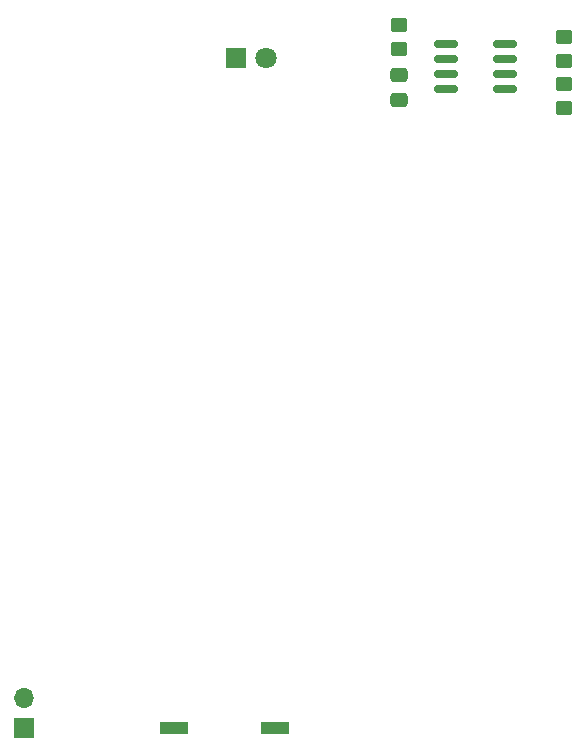
<source format=gbr>
%TF.GenerationSoftware,KiCad,Pcbnew,7.0.6*%
%TF.CreationDate,2023-08-15T16:24:19+02:00*%
%TF.ProjectId,PCB_Badge,5043425f-4261-4646-9765-2e6b69636164,rev?*%
%TF.SameCoordinates,Original*%
%TF.FileFunction,Soldermask,Bot*%
%TF.FilePolarity,Negative*%
%FSLAX46Y46*%
G04 Gerber Fmt 4.6, Leading zero omitted, Abs format (unit mm)*
G04 Created by KiCad (PCBNEW 7.0.6) date 2023-08-15 16:24:19*
%MOMM*%
%LPD*%
G01*
G04 APERTURE LIST*
G04 Aperture macros list*
%AMRoundRect*
0 Rectangle with rounded corners*
0 $1 Rounding radius*
0 $2 $3 $4 $5 $6 $7 $8 $9 X,Y pos of 4 corners*
0 Add a 4 corners polygon primitive as box body*
4,1,4,$2,$3,$4,$5,$6,$7,$8,$9,$2,$3,0*
0 Add four circle primitives for the rounded corners*
1,1,$1+$1,$2,$3*
1,1,$1+$1,$4,$5*
1,1,$1+$1,$6,$7*
1,1,$1+$1,$8,$9*
0 Add four rect primitives between the rounded corners*
20,1,$1+$1,$2,$3,$4,$5,0*
20,1,$1+$1,$4,$5,$6,$7,0*
20,1,$1+$1,$6,$7,$8,$9,0*
20,1,$1+$1,$8,$9,$2,$3,0*%
G04 Aperture macros list end*
%ADD10R,2.440000X1.120000*%
%ADD11RoundRect,0.250000X-0.475000X0.337500X-0.475000X-0.337500X0.475000X-0.337500X0.475000X0.337500X0*%
%ADD12RoundRect,0.150000X-0.825000X-0.150000X0.825000X-0.150000X0.825000X0.150000X-0.825000X0.150000X0*%
%ADD13RoundRect,0.250000X-0.450000X0.350000X-0.450000X-0.350000X0.450000X-0.350000X0.450000X0.350000X0*%
%ADD14RoundRect,0.250000X0.450000X-0.350000X0.450000X0.350000X-0.450000X0.350000X-0.450000X-0.350000X0*%
%ADD15R,1.700000X1.700000*%
%ADD16O,1.700000X1.700000*%
%ADD17R,1.800000X1.800000*%
%ADD18C,1.800000*%
G04 APERTURE END LIST*
D10*
%TO.C,SW1*%
X104695000Y-118500000D03*
X113305000Y-118500000D03*
%TD*%
D11*
%TO.C,C1*%
X123750000Y-63250000D03*
X123750000Y-65325000D03*
%TD*%
D12*
%TO.C,U1*%
X127775000Y-64405000D03*
X127775000Y-63135000D03*
X127775000Y-61865000D03*
X127775000Y-60595000D03*
X132725000Y-60595000D03*
X132725000Y-61865000D03*
X132725000Y-63135000D03*
X132725000Y-64405000D03*
%TD*%
D13*
%TO.C,R3*%
X123750000Y-59000000D03*
X123750000Y-61000000D03*
%TD*%
D14*
%TO.C,R2*%
X137750000Y-66000000D03*
X137750000Y-64000000D03*
%TD*%
D13*
%TO.C,R1*%
X137750000Y-60000000D03*
X137750000Y-62000000D03*
%TD*%
D15*
%TO.C,J1*%
X92025000Y-118500000D03*
D16*
X92025000Y-115960000D03*
%TD*%
D17*
%TO.C,D1*%
X109960000Y-61750000D03*
D18*
X112500000Y-61750000D03*
%TD*%
M02*

</source>
